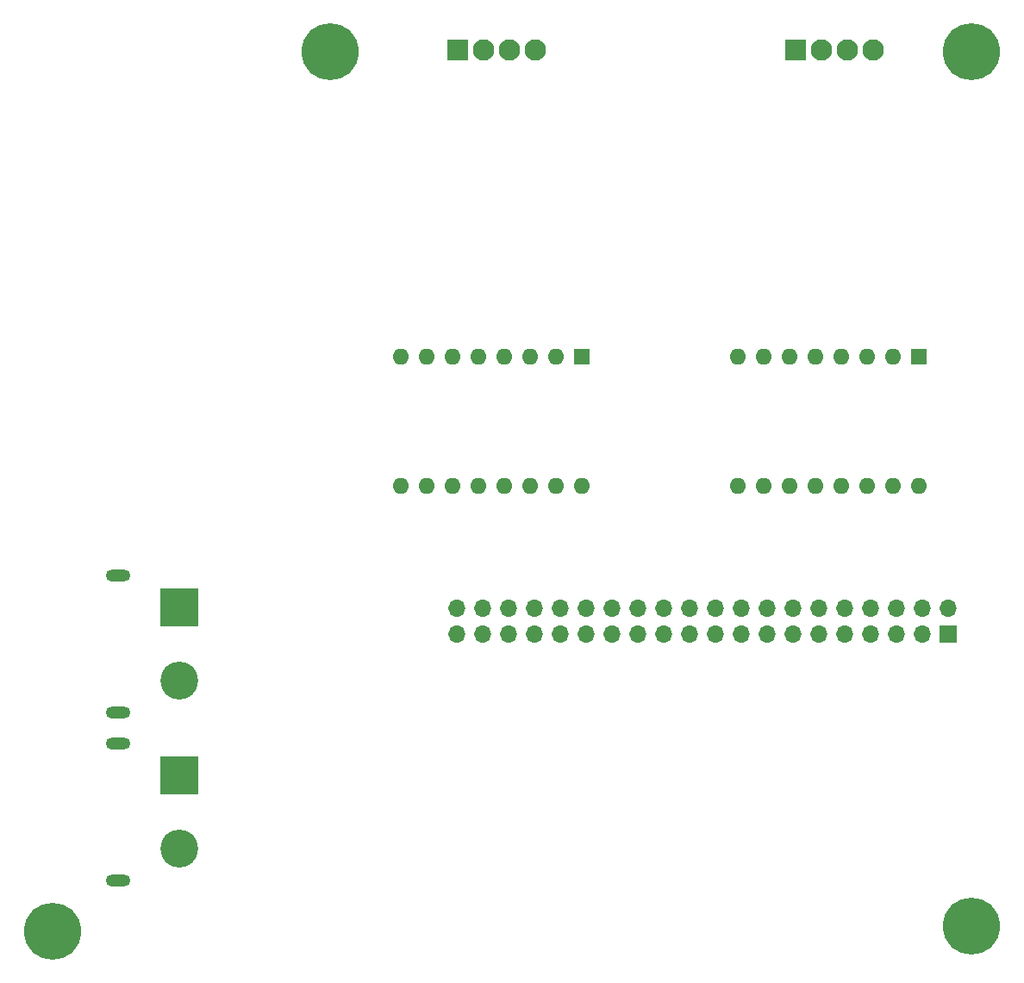
<source format=gbs>
G04 #@! TF.GenerationSoftware,KiCad,Pcbnew,8.0.3*
G04 #@! TF.CreationDate,2024-09-22T19:56:22+01:00*
G04 #@! TF.ProjectId,BetetrDom,42657465-7472-4446-9f6d-2e6b69636164,rev?*
G04 #@! TF.SameCoordinates,Original*
G04 #@! TF.FileFunction,Soldermask,Bot*
G04 #@! TF.FilePolarity,Negative*
%FSLAX46Y46*%
G04 Gerber Fmt 4.6, Leading zero omitted, Abs format (unit mm)*
G04 Created by KiCad (PCBNEW 8.0.3) date 2024-09-22 19:56:22*
%MOMM*%
%LPD*%
G01*
G04 APERTURE LIST*
%ADD10R,1.600000X1.600000*%
%ADD11O,1.600000X1.600000*%
%ADD12R,2.100000X2.100000*%
%ADD13C,2.100000*%
%ADD14R,3.716000X3.716000*%
%ADD15C,3.716000*%
%ADD16O,2.400000X1.200000*%
%ADD17C,5.600000*%
%ADD18R,1.700000X1.700000*%
%ADD19O,1.700000X1.700000*%
G04 APERTURE END LIST*
D10*
G04 #@! TO.C,A2*
X137890000Y-83010000D03*
D11*
X135350000Y-83010000D03*
X132810000Y-83010000D03*
X130270000Y-83010000D03*
X127730000Y-83010000D03*
X125190000Y-83010000D03*
X122650000Y-83010000D03*
X120110000Y-83010000D03*
X120110000Y-95710000D03*
X122650000Y-95710000D03*
X125190000Y-95710000D03*
X127730000Y-95710000D03*
X130270000Y-95710000D03*
X132810000Y-95710000D03*
X135350000Y-95710000D03*
X137890000Y-95710000D03*
G04 #@! TD*
D12*
G04 #@! TO.C,StepperConnector1*
X92580000Y-52850000D03*
D13*
X95120000Y-52850000D03*
X97660000Y-52850000D03*
X100200000Y-52850000D03*
G04 #@! TD*
D14*
G04 #@! TO.C,J1*
X65200000Y-124150000D03*
D15*
X65200000Y-131350000D03*
D16*
X59200000Y-121000000D03*
X59200000Y-134500000D03*
G04 #@! TD*
D17*
G04 #@! TO.C,H4*
X143000000Y-53000000D03*
G04 #@! TD*
D14*
G04 #@! TO.C,J4*
X65200000Y-107650000D03*
D15*
X65200000Y-114850000D03*
D16*
X59200000Y-104500000D03*
X59200000Y-118000000D03*
G04 #@! TD*
D17*
G04 #@! TO.C,H1*
X143000000Y-139000000D03*
G04 #@! TD*
D18*
G04 #@! TO.C,J2*
X140740000Y-110290000D03*
D19*
X140740000Y-107750000D03*
X138200000Y-110290000D03*
X138200000Y-107750000D03*
X135660000Y-110290000D03*
X135660000Y-107750000D03*
X133120000Y-110290000D03*
X133120000Y-107750000D03*
X130580000Y-110290000D03*
X130580000Y-107750000D03*
X128040000Y-110290000D03*
X128040000Y-107750000D03*
X125500000Y-110290000D03*
X125500000Y-107750000D03*
X122960000Y-110290000D03*
X122960000Y-107750000D03*
X120420000Y-110290000D03*
X120420000Y-107750000D03*
X117880000Y-110290000D03*
X117880000Y-107750000D03*
X115340000Y-110290000D03*
X115340000Y-107750000D03*
X112800000Y-110290000D03*
X112800000Y-107750000D03*
X110260000Y-110290000D03*
X110260000Y-107750000D03*
X107720000Y-110290000D03*
X107720000Y-107750000D03*
X105180000Y-110290000D03*
X105180000Y-107750000D03*
X102640000Y-110290000D03*
X102640000Y-107750000D03*
X100100000Y-110290000D03*
X100100000Y-107750000D03*
X97560000Y-110290000D03*
X97560000Y-107750000D03*
X95020000Y-110290000D03*
X95020000Y-107750000D03*
X92480000Y-110290000D03*
X92480000Y-107750000D03*
G04 #@! TD*
D17*
G04 #@! TO.C,H3*
X80000000Y-53000000D03*
G04 #@! TD*
D10*
G04 #@! TO.C,A1*
X104790000Y-83010000D03*
D11*
X102250000Y-83010000D03*
X99710000Y-83010000D03*
X97170000Y-83010000D03*
X94630000Y-83010000D03*
X92090000Y-83010000D03*
X89550000Y-83010000D03*
X87010000Y-83010000D03*
X87010000Y-95710000D03*
X89550000Y-95710000D03*
X92090000Y-95710000D03*
X94630000Y-95710000D03*
X97170000Y-95710000D03*
X99710000Y-95710000D03*
X102250000Y-95710000D03*
X104790000Y-95710000D03*
G04 #@! TD*
D17*
G04 #@! TO.C,H2*
X52800000Y-139450000D03*
G04 #@! TD*
D12*
G04 #@! TO.C,StepperConnector2*
X125735000Y-52825000D03*
D13*
X128275000Y-52825000D03*
X130815000Y-52825000D03*
X133355000Y-52825000D03*
G04 #@! TD*
M02*

</source>
